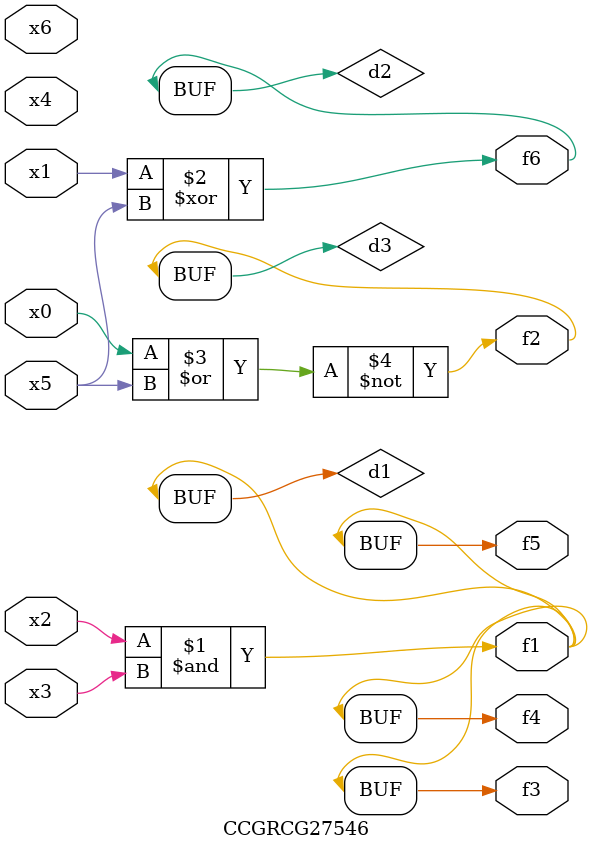
<source format=v>
module CCGRCG27546(
	input x0, x1, x2, x3, x4, x5, x6,
	output f1, f2, f3, f4, f5, f6
);

	wire d1, d2, d3;

	and (d1, x2, x3);
	xor (d2, x1, x5);
	nor (d3, x0, x5);
	assign f1 = d1;
	assign f2 = d3;
	assign f3 = d1;
	assign f4 = d1;
	assign f5 = d1;
	assign f6 = d2;
endmodule

</source>
